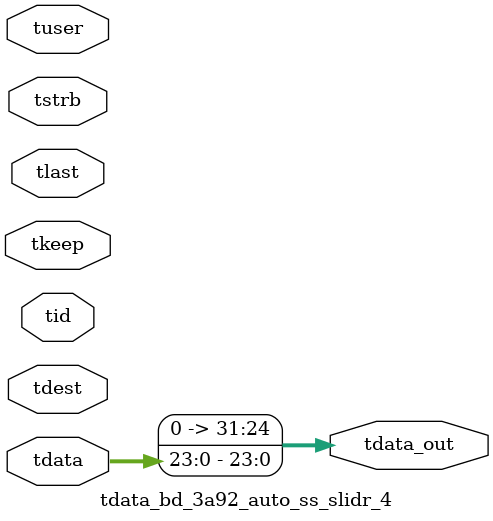
<source format=v>


`timescale 1ps/1ps

module tdata_bd_3a92_auto_ss_slidr_4 #
(
parameter C_S_AXIS_TDATA_WIDTH = 32,
parameter C_S_AXIS_TUSER_WIDTH = 0,
parameter C_S_AXIS_TID_WIDTH   = 0,
parameter C_S_AXIS_TDEST_WIDTH = 0,
parameter C_M_AXIS_TDATA_WIDTH = 32
)
(
input  [(C_S_AXIS_TDATA_WIDTH == 0 ? 1 : C_S_AXIS_TDATA_WIDTH)-1:0     ] tdata,
input  [(C_S_AXIS_TUSER_WIDTH == 0 ? 1 : C_S_AXIS_TUSER_WIDTH)-1:0     ] tuser,
input  [(C_S_AXIS_TID_WIDTH   == 0 ? 1 : C_S_AXIS_TID_WIDTH)-1:0       ] tid,
input  [(C_S_AXIS_TDEST_WIDTH == 0 ? 1 : C_S_AXIS_TDEST_WIDTH)-1:0     ] tdest,
input  [(C_S_AXIS_TDATA_WIDTH/8)-1:0 ] tkeep,
input  [(C_S_AXIS_TDATA_WIDTH/8)-1:0 ] tstrb,
input                                                                    tlast,
output [C_M_AXIS_TDATA_WIDTH-1:0] tdata_out
);

assign tdata_out = {tdata[23:0]};

endmodule


</source>
